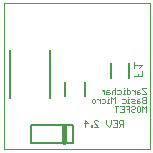
<source format=gbo>
G75*
%MOIN*%
%OFA0B0*%
%FSLAX24Y24*%
%IPPOS*%
%LPD*%
%AMOC8*
5,1,8,0,0,1.08239X$1,22.5*
%
%ADD10C,0.0000*%
%ADD11C,0.0020*%
%ADD12C,0.0160*%
%ADD13C,0.0050*%
%ADD14C,0.0060*%
%ADD15C,0.0080*%
D10*
X000475Y000600D02*
X000475Y005470D01*
X005342Y005470D01*
X005342Y000600D01*
X000475Y000600D01*
D11*
X003160Y001465D02*
X003300Y001465D01*
X003195Y001570D01*
X003195Y001360D01*
X003371Y001360D02*
X003406Y001360D01*
X003406Y001395D01*
X003371Y001395D01*
X003371Y001360D01*
X003478Y001360D02*
X003618Y001360D01*
X003478Y001500D01*
X003478Y001535D01*
X003513Y001570D01*
X003583Y001570D01*
X003618Y001535D01*
X003901Y001570D02*
X003901Y001430D01*
X003971Y001360D01*
X004041Y001430D01*
X004041Y001570D01*
X004113Y001570D02*
X004253Y001570D01*
X004253Y001360D01*
X004113Y001360D01*
X004183Y001465D02*
X004253Y001465D01*
X004325Y001465D02*
X004325Y001535D01*
X004360Y001570D01*
X004465Y001570D01*
X004465Y001360D01*
X004465Y001430D02*
X004360Y001430D01*
X004325Y001465D01*
X004395Y001430D02*
X004325Y001360D01*
X004358Y001849D02*
X004478Y001849D01*
X004478Y002029D01*
X004358Y002029D01*
X004294Y002029D02*
X004174Y002029D01*
X004234Y002029D02*
X004234Y001849D01*
X004418Y001939D02*
X004478Y001939D01*
X004542Y002029D02*
X004663Y002029D01*
X004663Y001849D01*
X004727Y001879D02*
X004757Y001849D01*
X004817Y001849D01*
X004847Y001879D01*
X004911Y001879D02*
X004911Y001999D01*
X004941Y002029D01*
X005001Y002029D01*
X005031Y001999D01*
X005031Y001879D01*
X005001Y001849D01*
X004941Y001849D01*
X004911Y001879D01*
X004847Y001969D02*
X004817Y001939D01*
X004757Y001939D01*
X004727Y001909D01*
X004727Y001879D01*
X004663Y001939D02*
X004602Y001939D01*
X004727Y001999D02*
X004757Y002029D01*
X004817Y002029D01*
X004847Y001999D01*
X004847Y001969D01*
X004847Y002149D02*
X004757Y002149D01*
X004727Y002179D01*
X004757Y002209D01*
X004817Y002209D01*
X004847Y002239D01*
X004817Y002269D01*
X004727Y002269D01*
X004663Y002269D02*
X004633Y002269D01*
X004633Y002149D01*
X004663Y002149D02*
X004602Y002149D01*
X004540Y002179D02*
X004510Y002149D01*
X004420Y002149D01*
X004420Y002269D02*
X004510Y002269D01*
X004540Y002239D01*
X004540Y002179D01*
X004633Y002329D02*
X004633Y002359D01*
X004663Y002449D02*
X004573Y002449D01*
X004573Y002629D01*
X004573Y002569D02*
X004663Y002569D01*
X004693Y002539D01*
X004693Y002479D01*
X004663Y002449D01*
X004757Y002569D02*
X004787Y002569D01*
X004847Y002509D01*
X004847Y002449D02*
X004847Y002569D01*
X004911Y002539D02*
X004911Y002449D01*
X005001Y002449D01*
X005031Y002479D01*
X005001Y002509D01*
X004911Y002509D01*
X004911Y002539D02*
X004941Y002569D01*
X005001Y002569D01*
X005095Y002599D02*
X005215Y002479D01*
X005215Y002449D01*
X005095Y002449D01*
X005125Y002329D02*
X005095Y002299D01*
X005095Y002269D01*
X005125Y002239D01*
X005215Y002239D01*
X005215Y002329D02*
X005125Y002329D01*
X005125Y002239D02*
X005095Y002209D01*
X005095Y002179D01*
X005125Y002149D01*
X005215Y002149D01*
X005215Y002329D01*
X005031Y002179D02*
X005001Y002209D01*
X004911Y002209D01*
X004911Y002239D02*
X004911Y002149D01*
X005001Y002149D01*
X005031Y002179D01*
X005001Y002269D02*
X004941Y002269D01*
X004911Y002239D01*
X005095Y002029D02*
X005095Y001849D01*
X005215Y001849D02*
X005215Y002029D01*
X005155Y001969D01*
X005095Y002029D01*
X005095Y002599D02*
X005095Y002629D01*
X005215Y002629D01*
X005090Y003033D02*
X005090Y003219D01*
X004997Y003309D02*
X005090Y003402D01*
X004810Y003402D01*
X004810Y003309D02*
X004810Y003496D01*
X004950Y003126D02*
X004950Y003033D01*
X004810Y003033D02*
X005090Y003033D01*
X004509Y002569D02*
X004479Y002569D01*
X004479Y002449D01*
X004509Y002449D02*
X004449Y002449D01*
X004386Y002479D02*
X004386Y002539D01*
X004356Y002569D01*
X004266Y002569D01*
X004202Y002539D02*
X004172Y002569D01*
X004112Y002569D01*
X004082Y002539D01*
X004082Y002449D01*
X004018Y002479D02*
X003988Y002509D01*
X003898Y002509D01*
X003898Y002539D02*
X003898Y002449D01*
X003988Y002449D01*
X004018Y002479D01*
X003957Y002359D02*
X003957Y002329D01*
X003957Y002269D02*
X003957Y002149D01*
X003987Y002149D02*
X003927Y002149D01*
X003865Y002179D02*
X003834Y002149D01*
X003744Y002149D01*
X003680Y002149D02*
X003680Y002269D01*
X003680Y002209D02*
X003620Y002269D01*
X003590Y002269D01*
X003527Y002239D02*
X003527Y002179D01*
X003497Y002149D01*
X003437Y002149D01*
X003407Y002179D01*
X003407Y002239D01*
X003437Y002269D01*
X003497Y002269D01*
X003527Y002239D01*
X003744Y002269D02*
X003834Y002269D01*
X003865Y002239D01*
X003865Y002179D01*
X003957Y002269D02*
X003987Y002269D01*
X004051Y002329D02*
X004051Y002149D01*
X004171Y002149D02*
X004171Y002329D01*
X004111Y002269D01*
X004051Y002329D01*
X004202Y002449D02*
X004202Y002629D01*
X004266Y002449D02*
X004356Y002449D01*
X004386Y002479D01*
X004479Y002629D02*
X004479Y002659D01*
X003988Y002569D02*
X003928Y002569D01*
X003898Y002539D01*
X003834Y002569D02*
X003834Y002449D01*
X003834Y002509D02*
X003774Y002569D01*
X003744Y002569D01*
D12*
X002475Y001350D02*
X002475Y000850D01*
D13*
X002800Y000800D02*
X002800Y001400D01*
X001400Y001400D01*
X001400Y000800D01*
X002800Y000800D01*
D14*
X002010Y002300D02*
X002010Y003900D01*
X002510Y002830D02*
X002510Y002370D01*
X003190Y002370D02*
X003190Y002830D01*
X000690Y002300D02*
X000690Y003900D01*
D15*
X004050Y003475D02*
X004050Y002975D01*
X004650Y002975D02*
X004650Y003475D01*
M02*

</source>
